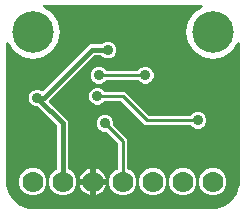
<source format=gbr>
G04 EAGLE Gerber RS-274X export*
G75*
%MOMM*%
%FSLAX34Y34*%
%LPD*%
%INBottom Copper*%
%IPPOS*%
%AMOC8*
5,1,8,0,0,1.08239X$1,22.5*%
G01*
%ADD10C,3.516000*%
%ADD11C,1.778000*%
%ADD12C,0.906400*%
%ADD13C,0.254000*%
%ADD14C,0.406400*%

G36*
X177822Y2543D02*
X177822Y2543D01*
X177900Y2545D01*
X181277Y2810D01*
X181345Y2824D01*
X181414Y2829D01*
X181570Y2869D01*
X187994Y4956D01*
X188101Y5006D01*
X188212Y5050D01*
X188263Y5083D01*
X188282Y5091D01*
X188297Y5104D01*
X188348Y5136D01*
X193812Y9107D01*
X193899Y9188D01*
X193946Y9227D01*
X193952Y9231D01*
X193953Y9232D01*
X193991Y9264D01*
X194029Y9310D01*
X194044Y9324D01*
X194055Y9342D01*
X194093Y9388D01*
X198064Y14852D01*
X198121Y14956D01*
X198185Y15056D01*
X198207Y15113D01*
X198217Y15131D01*
X198222Y15151D01*
X198244Y15206D01*
X200331Y21630D01*
X200344Y21698D01*
X200367Y21764D01*
X200390Y21923D01*
X200655Y25300D01*
X200655Y25304D01*
X200656Y25307D01*
X200655Y25326D01*
X200659Y25400D01*
X200659Y142396D01*
X200646Y142500D01*
X200642Y142604D01*
X200626Y142657D01*
X200619Y142711D01*
X200581Y142808D01*
X200551Y142909D01*
X200523Y142956D01*
X200502Y143007D01*
X200441Y143092D01*
X200387Y143181D01*
X200348Y143220D01*
X200316Y143265D01*
X200235Y143331D01*
X200161Y143404D01*
X200113Y143432D01*
X200071Y143467D01*
X199976Y143512D01*
X199886Y143564D01*
X199833Y143579D01*
X199783Y143603D01*
X199680Y143622D01*
X199580Y143651D01*
X199525Y143652D01*
X199471Y143663D01*
X199366Y143656D01*
X199262Y143659D01*
X199208Y143646D01*
X199153Y143643D01*
X199054Y143611D01*
X198952Y143587D01*
X198903Y143562D01*
X198851Y143545D01*
X198762Y143489D01*
X198670Y143441D01*
X198628Y143404D01*
X198582Y143375D01*
X198510Y143299D01*
X198432Y143229D01*
X198379Y143159D01*
X198364Y143143D01*
X198357Y143130D01*
X198335Y143101D01*
X193834Y136366D01*
X186478Y131450D01*
X177800Y129724D01*
X169122Y131450D01*
X161766Y136366D01*
X156850Y143722D01*
X155124Y152400D01*
X156850Y161078D01*
X161766Y168434D01*
X168501Y172935D01*
X168580Y173003D01*
X168665Y173064D01*
X168700Y173107D01*
X168741Y173143D01*
X168801Y173229D01*
X168867Y173309D01*
X168891Y173359D01*
X168922Y173405D01*
X168958Y173503D01*
X169003Y173597D01*
X169013Y173651D01*
X169032Y173703D01*
X169043Y173807D01*
X169063Y173910D01*
X169059Y173965D01*
X169065Y174019D01*
X169049Y174123D01*
X169043Y174227D01*
X169026Y174279D01*
X169018Y174334D01*
X168977Y174430D01*
X168945Y174529D01*
X168915Y174576D01*
X168894Y174627D01*
X168831Y174710D01*
X168775Y174798D01*
X168735Y174836D01*
X168701Y174880D01*
X168619Y174945D01*
X168543Y175016D01*
X168495Y175043D01*
X168452Y175077D01*
X168356Y175119D01*
X168265Y175170D01*
X168211Y175183D01*
X168161Y175206D01*
X168058Y175223D01*
X167957Y175249D01*
X167869Y175255D01*
X167847Y175258D01*
X167832Y175257D01*
X167796Y175259D01*
X35404Y175259D01*
X35300Y175246D01*
X35196Y175242D01*
X35143Y175226D01*
X35089Y175219D01*
X34992Y175181D01*
X34891Y175151D01*
X34844Y175123D01*
X34793Y175102D01*
X34708Y175041D01*
X34619Y174987D01*
X34580Y174948D01*
X34535Y174916D01*
X34469Y174835D01*
X34396Y174761D01*
X34368Y174713D01*
X34333Y174671D01*
X34288Y174576D01*
X34236Y174486D01*
X34221Y174433D01*
X34197Y174383D01*
X34178Y174280D01*
X34149Y174180D01*
X34148Y174125D01*
X34137Y174071D01*
X34144Y173966D01*
X34141Y173862D01*
X34154Y173808D01*
X34157Y173753D01*
X34189Y173654D01*
X34213Y173552D01*
X34238Y173503D01*
X34255Y173451D01*
X34311Y173362D01*
X34359Y173270D01*
X34396Y173228D01*
X34425Y173182D01*
X34501Y173110D01*
X34571Y173032D01*
X34641Y172979D01*
X34657Y172964D01*
X34670Y172957D01*
X34699Y172935D01*
X41434Y168434D01*
X46350Y161078D01*
X48076Y152400D01*
X46350Y143722D01*
X41434Y136366D01*
X34078Y131450D01*
X25400Y129724D01*
X16722Y131450D01*
X9366Y136366D01*
X4865Y143101D01*
X4797Y143180D01*
X4736Y143265D01*
X4693Y143300D01*
X4657Y143341D01*
X4571Y143401D01*
X4491Y143467D01*
X4441Y143491D01*
X4395Y143522D01*
X4297Y143558D01*
X4203Y143603D01*
X4149Y143613D01*
X4097Y143632D01*
X3993Y143643D01*
X3890Y143663D01*
X3835Y143659D01*
X3781Y143665D01*
X3677Y143649D01*
X3573Y143643D01*
X3521Y143626D01*
X3466Y143618D01*
X3370Y143577D01*
X3271Y143545D01*
X3224Y143515D01*
X3173Y143494D01*
X3090Y143431D01*
X3002Y143375D01*
X2964Y143335D01*
X2920Y143301D01*
X2855Y143219D01*
X2784Y143143D01*
X2757Y143095D01*
X2723Y143052D01*
X2681Y142956D01*
X2630Y142865D01*
X2617Y142811D01*
X2594Y142761D01*
X2577Y142658D01*
X2551Y142557D01*
X2545Y142469D01*
X2542Y142447D01*
X2543Y142432D01*
X2541Y142396D01*
X2541Y25400D01*
X2543Y25378D01*
X2545Y25300D01*
X2810Y21923D01*
X2824Y21855D01*
X2829Y21786D01*
X2869Y21630D01*
X4956Y15206D01*
X5006Y15099D01*
X5050Y14988D01*
X5083Y14937D01*
X5091Y14918D01*
X5104Y14903D01*
X5136Y14852D01*
X9107Y9388D01*
X9127Y9366D01*
X9138Y9348D01*
X9184Y9305D01*
X9188Y9301D01*
X9264Y9209D01*
X9310Y9171D01*
X9324Y9156D01*
X9342Y9145D01*
X9388Y9107D01*
X14852Y5136D01*
X14956Y5079D01*
X15056Y5015D01*
X15113Y4993D01*
X15131Y4983D01*
X15151Y4978D01*
X15206Y4956D01*
X21630Y2869D01*
X21698Y2856D01*
X21764Y2833D01*
X21923Y2810D01*
X25300Y2545D01*
X25322Y2546D01*
X25400Y2541D01*
X177800Y2541D01*
X177822Y2543D01*
G37*
%LPC*%
G36*
X48526Y13969D02*
X48526Y13969D01*
X44325Y15709D01*
X41109Y18925D01*
X39369Y23126D01*
X39369Y27674D01*
X41109Y31875D01*
X44325Y35091D01*
X45444Y35554D01*
X45469Y35569D01*
X45497Y35578D01*
X45607Y35647D01*
X45720Y35711D01*
X45741Y35732D01*
X45766Y35748D01*
X45855Y35842D01*
X45948Y35933D01*
X45964Y35958D01*
X45984Y35979D01*
X46047Y36093D01*
X46115Y36204D01*
X46123Y36232D01*
X46138Y36258D01*
X46170Y36384D01*
X46208Y36508D01*
X46210Y36537D01*
X46217Y36566D01*
X46227Y36727D01*
X46227Y72510D01*
X46215Y72608D01*
X46212Y72707D01*
X46195Y72766D01*
X46187Y72826D01*
X46151Y72918D01*
X46123Y73013D01*
X46093Y73065D01*
X46070Y73121D01*
X46012Y73201D01*
X45962Y73287D01*
X45896Y73362D01*
X45884Y73379D01*
X45874Y73387D01*
X45856Y73408D01*
X30188Y89076D01*
X30109Y89136D01*
X30037Y89204D01*
X29984Y89233D01*
X29936Y89270D01*
X29845Y89310D01*
X29759Y89358D01*
X29700Y89373D01*
X29645Y89397D01*
X29547Y89412D01*
X29451Y89437D01*
X29351Y89443D01*
X29330Y89447D01*
X29318Y89445D01*
X29290Y89447D01*
X27803Y89447D01*
X25204Y90524D01*
X23214Y92514D01*
X22137Y95113D01*
X22137Y97927D01*
X23214Y100526D01*
X25204Y102516D01*
X27803Y103593D01*
X30617Y103593D01*
X33290Y102485D01*
X33319Y102478D01*
X33345Y102464D01*
X33472Y102436D01*
X33597Y102401D01*
X33627Y102401D01*
X33655Y102394D01*
X33785Y102398D01*
X33915Y102396D01*
X33944Y102403D01*
X33973Y102404D01*
X34098Y102440D01*
X34224Y102470D01*
X34251Y102484D01*
X34279Y102492D01*
X34391Y102558D01*
X34506Y102619D01*
X34527Y102639D01*
X34553Y102654D01*
X34674Y102760D01*
X70596Y138682D01*
X73646Y141733D01*
X82945Y141733D01*
X83043Y141745D01*
X83142Y141748D01*
X83200Y141765D01*
X83260Y141773D01*
X83352Y141809D01*
X83447Y141837D01*
X83500Y141867D01*
X83556Y141890D01*
X83636Y141948D01*
X83721Y141998D01*
X83797Y142064D01*
X83813Y142076D01*
X83821Y142086D01*
X83842Y142104D01*
X84894Y143156D01*
X87493Y144233D01*
X90307Y144233D01*
X92906Y143156D01*
X94896Y141166D01*
X95973Y138567D01*
X95973Y135753D01*
X94896Y133154D01*
X92906Y131164D01*
X90307Y130087D01*
X87493Y130087D01*
X84894Y131164D01*
X83842Y132216D01*
X83764Y132276D01*
X83692Y132344D01*
X83639Y132373D01*
X83591Y132410D01*
X83500Y132450D01*
X83413Y132498D01*
X83355Y132513D01*
X83299Y132537D01*
X83201Y132552D01*
X83105Y132577D01*
X83005Y132583D01*
X82985Y132587D01*
X82973Y132585D01*
X82945Y132587D01*
X77960Y132587D01*
X77862Y132575D01*
X77763Y132572D01*
X77704Y132555D01*
X77644Y132547D01*
X77552Y132511D01*
X77457Y132483D01*
X77405Y132453D01*
X77349Y132430D01*
X77269Y132372D01*
X77183Y132322D01*
X77108Y132256D01*
X77091Y132244D01*
X77083Y132234D01*
X77062Y132216D01*
X39419Y94572D01*
X39346Y94478D01*
X39268Y94389D01*
X39249Y94353D01*
X39224Y94321D01*
X39177Y94212D01*
X39123Y94106D01*
X39114Y94067D01*
X39098Y94029D01*
X39079Y93912D01*
X39053Y93796D01*
X39055Y93755D01*
X39048Y93715D01*
X39059Y93597D01*
X39063Y93478D01*
X39074Y93439D01*
X39078Y93399D01*
X39118Y93286D01*
X39151Y93172D01*
X39172Y93137D01*
X39186Y93099D01*
X39253Y93001D01*
X39313Y92898D01*
X39353Y92853D01*
X39364Y92836D01*
X39379Y92823D01*
X39419Y92777D01*
X52322Y79874D01*
X55373Y76824D01*
X55373Y36727D01*
X55376Y36697D01*
X55374Y36668D01*
X55396Y36540D01*
X55413Y36411D01*
X55423Y36384D01*
X55428Y36354D01*
X55482Y36236D01*
X55530Y36115D01*
X55547Y36091D01*
X55559Y36064D01*
X55640Y35963D01*
X55716Y35858D01*
X55739Y35839D01*
X55758Y35816D01*
X55861Y35738D01*
X55961Y35655D01*
X55988Y35643D01*
X56012Y35625D01*
X56156Y35554D01*
X57275Y35091D01*
X60491Y31875D01*
X62231Y27674D01*
X62231Y23126D01*
X60491Y18925D01*
X57275Y15709D01*
X53074Y13969D01*
X48526Y13969D01*
G37*
%LPD*%
%LPC*%
G36*
X163693Y70397D02*
X163693Y70397D01*
X161094Y71474D01*
X159280Y73288D01*
X159202Y73348D01*
X159130Y73416D01*
X159077Y73445D01*
X159029Y73482D01*
X158938Y73522D01*
X158851Y73570D01*
X158793Y73585D01*
X158737Y73609D01*
X158639Y73624D01*
X158543Y73649D01*
X158443Y73655D01*
X158423Y73659D01*
X158411Y73657D01*
X158383Y73659D01*
X120342Y73659D01*
X100393Y93608D01*
X100315Y93668D01*
X100243Y93736D01*
X100190Y93765D01*
X100142Y93802D01*
X100051Y93842D01*
X99964Y93890D01*
X99906Y93905D01*
X99850Y93929D01*
X99752Y93944D01*
X99656Y93969D01*
X99556Y93975D01*
X99536Y93979D01*
X99524Y93977D01*
X99496Y93979D01*
X86727Y93979D01*
X86629Y93967D01*
X86530Y93964D01*
X86472Y93947D01*
X86412Y93939D01*
X86320Y93903D01*
X86225Y93875D01*
X86172Y93845D01*
X86116Y93822D01*
X86036Y93764D01*
X85951Y93714D01*
X85875Y93648D01*
X85859Y93636D01*
X85851Y93626D01*
X85830Y93608D01*
X84016Y91794D01*
X81417Y90717D01*
X78603Y90717D01*
X76004Y91794D01*
X74014Y93784D01*
X72937Y96383D01*
X72937Y99197D01*
X74014Y101796D01*
X76004Y103786D01*
X78603Y104863D01*
X81417Y104863D01*
X84016Y103786D01*
X85830Y101972D01*
X85908Y101912D01*
X85980Y101844D01*
X86033Y101815D01*
X86081Y101778D01*
X86172Y101738D01*
X86259Y101690D01*
X86317Y101675D01*
X86373Y101651D01*
X86471Y101636D01*
X86567Y101611D01*
X86667Y101605D01*
X86687Y101601D01*
X86699Y101603D01*
X86727Y101601D01*
X103178Y101601D01*
X123127Y81652D01*
X123205Y81592D01*
X123277Y81524D01*
X123330Y81495D01*
X123378Y81458D01*
X123469Y81418D01*
X123556Y81370D01*
X123614Y81355D01*
X123670Y81331D01*
X123768Y81316D01*
X123864Y81291D01*
X123964Y81285D01*
X123984Y81281D01*
X123996Y81283D01*
X124024Y81281D01*
X158383Y81281D01*
X158481Y81293D01*
X158580Y81296D01*
X158638Y81313D01*
X158698Y81321D01*
X158790Y81357D01*
X158885Y81385D01*
X158938Y81415D01*
X158994Y81438D01*
X159074Y81496D01*
X159159Y81546D01*
X159235Y81612D01*
X159251Y81624D01*
X159259Y81634D01*
X159280Y81652D01*
X161094Y83466D01*
X163693Y84543D01*
X166507Y84543D01*
X169106Y83466D01*
X171096Y81476D01*
X172173Y78877D01*
X172173Y76063D01*
X171096Y73464D01*
X169106Y71474D01*
X166507Y70397D01*
X163693Y70397D01*
G37*
%LPD*%
%LPC*%
G36*
X99326Y13969D02*
X99326Y13969D01*
X95125Y15709D01*
X91909Y18925D01*
X90169Y23126D01*
X90169Y27674D01*
X91909Y31875D01*
X95125Y35091D01*
X97006Y35870D01*
X97031Y35884D01*
X97059Y35893D01*
X97169Y35963D01*
X97282Y36027D01*
X97303Y36048D01*
X97328Y36063D01*
X97417Y36158D01*
X97510Y36248D01*
X97526Y36273D01*
X97546Y36295D01*
X97609Y36409D01*
X97677Y36519D01*
X97685Y36548D01*
X97700Y36574D01*
X97732Y36699D01*
X97770Y36823D01*
X97772Y36853D01*
X97779Y36881D01*
X97789Y37042D01*
X97789Y57586D01*
X97777Y57684D01*
X97774Y57783D01*
X97757Y57841D01*
X97749Y57901D01*
X97713Y57993D01*
X97685Y58089D01*
X97655Y58141D01*
X97632Y58197D01*
X97574Y58277D01*
X97524Y58362D01*
X97458Y58438D01*
X97446Y58454D01*
X97436Y58462D01*
X97418Y58483D01*
X88415Y67486D01*
X88337Y67546D01*
X88265Y67614D01*
X88212Y67643D01*
X88164Y67680D01*
X88073Y67720D01*
X87986Y67768D01*
X87928Y67783D01*
X87872Y67807D01*
X87774Y67822D01*
X87678Y67847D01*
X87578Y67853D01*
X87558Y67857D01*
X87546Y67855D01*
X87518Y67857D01*
X84953Y67857D01*
X82354Y68934D01*
X80364Y70924D01*
X79287Y73523D01*
X79287Y76337D01*
X80364Y78936D01*
X82354Y80926D01*
X84953Y82003D01*
X87767Y82003D01*
X90366Y80926D01*
X92356Y78936D01*
X93433Y76337D01*
X93433Y73772D01*
X93445Y73674D01*
X93448Y73575D01*
X93465Y73517D01*
X93473Y73457D01*
X93509Y73365D01*
X93537Y73269D01*
X93567Y73217D01*
X93590Y73161D01*
X93648Y73081D01*
X93698Y72996D01*
X93764Y72920D01*
X93776Y72904D01*
X93786Y72896D01*
X93804Y72875D01*
X105411Y61268D01*
X105411Y37042D01*
X105414Y37013D01*
X105412Y36983D01*
X105434Y36856D01*
X105451Y36727D01*
X105461Y36699D01*
X105466Y36670D01*
X105520Y36552D01*
X105568Y36431D01*
X105585Y36407D01*
X105597Y36380D01*
X105678Y36279D01*
X105754Y36174D01*
X105777Y36155D01*
X105796Y36132D01*
X105899Y36054D01*
X105999Y35971D01*
X106026Y35958D01*
X106050Y35940D01*
X106194Y35870D01*
X108075Y35091D01*
X111291Y31875D01*
X113031Y27674D01*
X113031Y23126D01*
X111291Y18925D01*
X108075Y15709D01*
X103874Y13969D01*
X99326Y13969D01*
G37*
%LPD*%
%LPC*%
G36*
X79873Y108497D02*
X79873Y108497D01*
X77274Y109574D01*
X75284Y111564D01*
X74207Y114163D01*
X74207Y116977D01*
X75284Y119576D01*
X77274Y121566D01*
X79873Y122643D01*
X82687Y122643D01*
X85286Y121566D01*
X87100Y119752D01*
X87178Y119692D01*
X87250Y119624D01*
X87303Y119595D01*
X87351Y119558D01*
X87442Y119518D01*
X87529Y119470D01*
X87587Y119455D01*
X87643Y119431D01*
X87741Y119416D01*
X87837Y119391D01*
X87937Y119385D01*
X87957Y119381D01*
X87969Y119383D01*
X87997Y119381D01*
X113933Y119381D01*
X114031Y119393D01*
X114130Y119396D01*
X114188Y119413D01*
X114248Y119421D01*
X114340Y119457D01*
X114435Y119485D01*
X114488Y119515D01*
X114544Y119538D01*
X114624Y119596D01*
X114709Y119646D01*
X114785Y119712D01*
X114801Y119724D01*
X114809Y119734D01*
X114830Y119752D01*
X116644Y121566D01*
X119243Y122643D01*
X122057Y122643D01*
X124656Y121566D01*
X126646Y119576D01*
X127723Y116977D01*
X127723Y114163D01*
X126646Y111564D01*
X124656Y109574D01*
X122057Y108497D01*
X119243Y108497D01*
X116644Y109574D01*
X114830Y111388D01*
X114752Y111448D01*
X114680Y111516D01*
X114627Y111545D01*
X114579Y111582D01*
X114488Y111622D01*
X114401Y111670D01*
X114343Y111685D01*
X114287Y111709D01*
X114189Y111724D01*
X114093Y111749D01*
X113993Y111755D01*
X113973Y111759D01*
X113961Y111757D01*
X113933Y111759D01*
X87997Y111759D01*
X87899Y111747D01*
X87800Y111744D01*
X87742Y111727D01*
X87682Y111719D01*
X87590Y111683D01*
X87495Y111655D01*
X87442Y111625D01*
X87386Y111602D01*
X87306Y111544D01*
X87221Y111494D01*
X87145Y111428D01*
X87129Y111416D01*
X87121Y111406D01*
X87100Y111388D01*
X85286Y109574D01*
X82687Y108497D01*
X79873Y108497D01*
G37*
%LPD*%
%LPC*%
G36*
X175526Y13969D02*
X175526Y13969D01*
X171325Y15709D01*
X168109Y18925D01*
X166369Y23126D01*
X166369Y27674D01*
X168109Y31875D01*
X171325Y35091D01*
X175526Y36831D01*
X180074Y36831D01*
X184275Y35091D01*
X187491Y31875D01*
X189231Y27674D01*
X189231Y23126D01*
X187491Y18925D01*
X184275Y15709D01*
X180074Y13969D01*
X175526Y13969D01*
G37*
%LPD*%
%LPC*%
G36*
X150126Y13969D02*
X150126Y13969D01*
X145925Y15709D01*
X142709Y18925D01*
X140969Y23126D01*
X140969Y27674D01*
X142709Y31875D01*
X145925Y35091D01*
X150126Y36831D01*
X154674Y36831D01*
X158875Y35091D01*
X162091Y31875D01*
X163831Y27674D01*
X163831Y23126D01*
X162091Y18925D01*
X158875Y15709D01*
X154674Y13969D01*
X150126Y13969D01*
G37*
%LPD*%
%LPC*%
G36*
X124726Y13969D02*
X124726Y13969D01*
X120525Y15709D01*
X117309Y18925D01*
X115569Y23126D01*
X115569Y27674D01*
X117309Y31875D01*
X120525Y35091D01*
X124726Y36831D01*
X129274Y36831D01*
X133475Y35091D01*
X136691Y31875D01*
X138431Y27674D01*
X138431Y23126D01*
X136691Y18925D01*
X133475Y15709D01*
X129274Y13969D01*
X124726Y13969D01*
G37*
%LPD*%
%LPC*%
G36*
X23126Y13969D02*
X23126Y13969D01*
X18925Y15709D01*
X15709Y18925D01*
X13969Y23126D01*
X13969Y27674D01*
X15709Y31875D01*
X18925Y35091D01*
X23126Y36831D01*
X27674Y36831D01*
X31875Y35091D01*
X35091Y31875D01*
X36831Y27674D01*
X36831Y23126D01*
X35091Y18925D01*
X31875Y15709D01*
X27674Y13969D01*
X23126Y13969D01*
G37*
%LPD*%
%LPC*%
G36*
X78699Y27899D02*
X78699Y27899D01*
X78699Y36577D01*
X78877Y36549D01*
X80588Y35993D01*
X82191Y35177D01*
X83647Y34119D01*
X84919Y32847D01*
X85977Y31391D01*
X86793Y29788D01*
X87349Y28077D01*
X87377Y27899D01*
X78699Y27899D01*
G37*
%LPD*%
%LPC*%
G36*
X65023Y27899D02*
X65023Y27899D01*
X65051Y28077D01*
X65607Y29788D01*
X66423Y31391D01*
X67481Y32847D01*
X68753Y34119D01*
X70209Y35177D01*
X71812Y35993D01*
X73523Y36549D01*
X73701Y36577D01*
X73701Y27899D01*
X65023Y27899D01*
G37*
%LPD*%
%LPC*%
G36*
X78699Y22901D02*
X78699Y22901D01*
X87377Y22901D01*
X87349Y22723D01*
X86793Y21012D01*
X85977Y19409D01*
X84919Y17953D01*
X83647Y16681D01*
X82191Y15623D01*
X80588Y14807D01*
X78877Y14251D01*
X78699Y14223D01*
X78699Y22901D01*
G37*
%LPD*%
%LPC*%
G36*
X73523Y14251D02*
X73523Y14251D01*
X71812Y14807D01*
X70209Y15623D01*
X68753Y16681D01*
X67481Y17953D01*
X66423Y19409D01*
X65607Y21012D01*
X65051Y22723D01*
X65023Y22901D01*
X73701Y22901D01*
X73701Y14223D01*
X73523Y14251D01*
G37*
%LPD*%
D10*
X25400Y152400D03*
X177800Y152400D03*
D11*
X25400Y25400D03*
X50800Y25400D03*
X76200Y25400D03*
X101600Y25400D03*
X127000Y25400D03*
X152400Y25400D03*
X177800Y25400D03*
D12*
X80010Y97790D03*
X165100Y77470D03*
D13*
X101600Y97790D02*
X80010Y97790D01*
X101600Y97790D02*
X121920Y77470D01*
X165100Y77470D01*
D12*
X81280Y115570D03*
D13*
X120650Y115570D01*
D12*
X120650Y115570D03*
X114300Y71120D03*
X120650Y97790D03*
D13*
X101600Y59690D02*
X101600Y25400D01*
X101600Y59690D02*
X86360Y74930D01*
D12*
X86360Y74930D03*
X29210Y96520D03*
D14*
X50800Y74930D01*
X50800Y25400D01*
X34900Y96520D02*
X29210Y96520D01*
X34900Y96520D02*
X75540Y137160D01*
X88900Y137160D01*
D12*
X88900Y137160D03*
M02*

</source>
